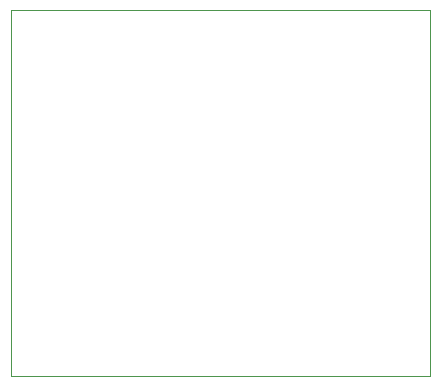
<source format=gm1>
%TF.GenerationSoftware,KiCad,Pcbnew,8.0.3-8.0.3-0~ubuntu22.04.1*%
%TF.CreationDate,2024-07-09T12:22:34+05:30*%
%TF.ProjectId,CSI,4353492e-6b69-4636-9164-5f7063625858,rev?*%
%TF.SameCoordinates,Original*%
%TF.FileFunction,Profile,NP*%
%FSLAX46Y46*%
G04 Gerber Fmt 4.6, Leading zero omitted, Abs format (unit mm)*
G04 Created by KiCad (PCBNEW 8.0.3-8.0.3-0~ubuntu22.04.1) date 2024-07-09 12:22:34*
%MOMM*%
%LPD*%
G01*
G04 APERTURE LIST*
%TA.AperFunction,Profile*%
%ADD10C,0.100000*%
%TD*%
G04 APERTURE END LIST*
D10*
X139100000Y-85175000D02*
X174550000Y-85175000D01*
X174550000Y-116200000D01*
X139100000Y-116200000D01*
X139100000Y-85175000D01*
M02*

</source>
